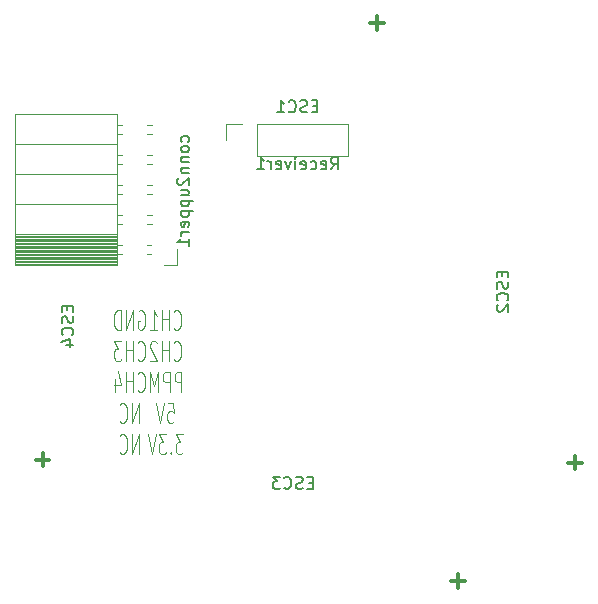
<source format=gbr>
%TF.GenerationSoftware,KiCad,Pcbnew,(5.1.8-0-10_14)*%
%TF.CreationDate,2021-02-24T01:50:54+08:00*%
%TF.ProjectId,batt_board,62617474-5f62-46f6-9172-642e6b696361,v0.2*%
%TF.SameCoordinates,Original*%
%TF.FileFunction,Legend,Bot*%
%TF.FilePolarity,Positive*%
%FSLAX46Y46*%
G04 Gerber Fmt 4.6, Leading zero omitted, Abs format (unit mm)*
G04 Created by KiCad (PCBNEW (5.1.8-0-10_14)) date 2021-02-24 01:50:54*
%MOMM*%
%LPD*%
G01*
G04 APERTURE LIST*
%ADD10C,0.300000*%
%ADD11C,0.125000*%
%ADD12C,0.120000*%
%ADD13C,0.150000*%
G04 APERTURE END LIST*
D10*
X162496571Y-98317857D02*
X163639428Y-98317857D01*
X163068000Y-97746428D02*
X163068000Y-98889285D01*
X152590571Y-108350857D02*
X153733428Y-108350857D01*
X153162000Y-107779428D02*
X153162000Y-108922285D01*
X117411571Y-98063857D02*
X118554428Y-98063857D01*
X117983000Y-97492428D02*
X117983000Y-98635285D01*
X145732571Y-61106857D02*
X146875428Y-61106857D01*
X146304000Y-60535428D02*
X146304000Y-61678285D01*
D11*
X126110904Y-85472000D02*
X126206142Y-85392476D01*
X126349000Y-85392476D01*
X126491857Y-85472000D01*
X126587095Y-85631047D01*
X126634714Y-85790095D01*
X126682333Y-86108190D01*
X126682333Y-86346761D01*
X126634714Y-86664857D01*
X126587095Y-86823904D01*
X126491857Y-86982952D01*
X126349000Y-87062476D01*
X126253761Y-87062476D01*
X126110904Y-86982952D01*
X126063285Y-86903428D01*
X126063285Y-86346761D01*
X126253761Y-86346761D01*
X125634714Y-87062476D02*
X125634714Y-85392476D01*
X125063285Y-87062476D01*
X125063285Y-85392476D01*
X124587095Y-87062476D02*
X124587095Y-85392476D01*
X124349000Y-85392476D01*
X124206142Y-85472000D01*
X124110904Y-85631047D01*
X124063285Y-85790095D01*
X124015666Y-86108190D01*
X124015666Y-86346761D01*
X124063285Y-86664857D01*
X124110904Y-86823904D01*
X124206142Y-86982952D01*
X124349000Y-87062476D01*
X124587095Y-87062476D01*
X126039476Y-89533428D02*
X126087095Y-89612952D01*
X126229952Y-89692476D01*
X126325190Y-89692476D01*
X126468047Y-89612952D01*
X126563285Y-89453904D01*
X126610904Y-89294857D01*
X126658523Y-88976761D01*
X126658523Y-88738190D01*
X126610904Y-88420095D01*
X126563285Y-88261047D01*
X126468047Y-88102000D01*
X126325190Y-88022476D01*
X126229952Y-88022476D01*
X126087095Y-88102000D01*
X126039476Y-88181523D01*
X125610904Y-89692476D02*
X125610904Y-88022476D01*
X125610904Y-88817714D02*
X125039476Y-88817714D01*
X125039476Y-89692476D02*
X125039476Y-88022476D01*
X124658523Y-88022476D02*
X124039476Y-88022476D01*
X124372809Y-88658666D01*
X124229952Y-88658666D01*
X124134714Y-88738190D01*
X124087095Y-88817714D01*
X124039476Y-88976761D01*
X124039476Y-89374380D01*
X124087095Y-89533428D01*
X124134714Y-89612952D01*
X124229952Y-89692476D01*
X124515666Y-89692476D01*
X124610904Y-89612952D01*
X124658523Y-89533428D01*
X126039476Y-92163428D02*
X126087095Y-92242952D01*
X126229952Y-92322476D01*
X126325190Y-92322476D01*
X126468047Y-92242952D01*
X126563285Y-92083904D01*
X126610904Y-91924857D01*
X126658523Y-91606761D01*
X126658523Y-91368190D01*
X126610904Y-91050095D01*
X126563285Y-90891047D01*
X126468047Y-90732000D01*
X126325190Y-90652476D01*
X126229952Y-90652476D01*
X126087095Y-90732000D01*
X126039476Y-90811523D01*
X125610904Y-92322476D02*
X125610904Y-90652476D01*
X125610904Y-91447714D02*
X125039476Y-91447714D01*
X125039476Y-92322476D02*
X125039476Y-90652476D01*
X124134714Y-91209142D02*
X124134714Y-92322476D01*
X124372809Y-90572952D02*
X124610904Y-91765809D01*
X123991857Y-91765809D01*
X126134714Y-94952476D02*
X126134714Y-93282476D01*
X125563285Y-94952476D01*
X125563285Y-93282476D01*
X124515666Y-94793428D02*
X124563285Y-94872952D01*
X124706142Y-94952476D01*
X124801380Y-94952476D01*
X124944238Y-94872952D01*
X125039476Y-94713904D01*
X125087095Y-94554857D01*
X125134714Y-94236761D01*
X125134714Y-93998190D01*
X125087095Y-93680095D01*
X125039476Y-93521047D01*
X124944238Y-93362000D01*
X124801380Y-93282476D01*
X124706142Y-93282476D01*
X124563285Y-93362000D01*
X124515666Y-93441523D01*
X126134714Y-97582476D02*
X126134714Y-95912476D01*
X125563285Y-97582476D01*
X125563285Y-95912476D01*
X124515666Y-97423428D02*
X124563285Y-97502952D01*
X124706142Y-97582476D01*
X124801380Y-97582476D01*
X124944238Y-97502952D01*
X125039476Y-97343904D01*
X125087095Y-97184857D01*
X125134714Y-96866761D01*
X125134714Y-96628190D01*
X125087095Y-96310095D01*
X125039476Y-96151047D01*
X124944238Y-95992000D01*
X124801380Y-95912476D01*
X124706142Y-95912476D01*
X124563285Y-95992000D01*
X124515666Y-96071523D01*
X129087476Y-86903428D02*
X129135095Y-86982952D01*
X129277952Y-87062476D01*
X129373190Y-87062476D01*
X129516047Y-86982952D01*
X129611285Y-86823904D01*
X129658904Y-86664857D01*
X129706523Y-86346761D01*
X129706523Y-86108190D01*
X129658904Y-85790095D01*
X129611285Y-85631047D01*
X129516047Y-85472000D01*
X129373190Y-85392476D01*
X129277952Y-85392476D01*
X129135095Y-85472000D01*
X129087476Y-85551523D01*
X128658904Y-87062476D02*
X128658904Y-85392476D01*
X128658904Y-86187714D02*
X128087476Y-86187714D01*
X128087476Y-87062476D02*
X128087476Y-85392476D01*
X127087476Y-87062476D02*
X127658904Y-87062476D01*
X127373190Y-87062476D02*
X127373190Y-85392476D01*
X127468428Y-85631047D01*
X127563666Y-85790095D01*
X127658904Y-85869619D01*
X129087476Y-89533428D02*
X129135095Y-89612952D01*
X129277952Y-89692476D01*
X129373190Y-89692476D01*
X129516047Y-89612952D01*
X129611285Y-89453904D01*
X129658904Y-89294857D01*
X129706523Y-88976761D01*
X129706523Y-88738190D01*
X129658904Y-88420095D01*
X129611285Y-88261047D01*
X129516047Y-88102000D01*
X129373190Y-88022476D01*
X129277952Y-88022476D01*
X129135095Y-88102000D01*
X129087476Y-88181523D01*
X128658904Y-89692476D02*
X128658904Y-88022476D01*
X128658904Y-88817714D02*
X128087476Y-88817714D01*
X128087476Y-89692476D02*
X128087476Y-88022476D01*
X127658904Y-88181523D02*
X127611285Y-88102000D01*
X127516047Y-88022476D01*
X127277952Y-88022476D01*
X127182714Y-88102000D01*
X127135095Y-88181523D01*
X127087476Y-88340571D01*
X127087476Y-88499619D01*
X127135095Y-88738190D01*
X127706523Y-89692476D01*
X127087476Y-89692476D01*
X129730333Y-92322476D02*
X129730333Y-90652476D01*
X129349380Y-90652476D01*
X129254142Y-90732000D01*
X129206523Y-90811523D01*
X129158904Y-90970571D01*
X129158904Y-91209142D01*
X129206523Y-91368190D01*
X129254142Y-91447714D01*
X129349380Y-91527238D01*
X129730333Y-91527238D01*
X128730333Y-92322476D02*
X128730333Y-90652476D01*
X128349380Y-90652476D01*
X128254142Y-90732000D01*
X128206523Y-90811523D01*
X128158904Y-90970571D01*
X128158904Y-91209142D01*
X128206523Y-91368190D01*
X128254142Y-91447714D01*
X128349380Y-91527238D01*
X128730333Y-91527238D01*
X127730333Y-92322476D02*
X127730333Y-90652476D01*
X127397000Y-91845333D01*
X127063666Y-90652476D01*
X127063666Y-92322476D01*
X128587476Y-93282476D02*
X129063666Y-93282476D01*
X129111285Y-94077714D01*
X129063666Y-93998190D01*
X128968428Y-93918666D01*
X128730333Y-93918666D01*
X128635095Y-93998190D01*
X128587476Y-94077714D01*
X128539857Y-94236761D01*
X128539857Y-94634380D01*
X128587476Y-94793428D01*
X128635095Y-94872952D01*
X128730333Y-94952476D01*
X128968428Y-94952476D01*
X129063666Y-94872952D01*
X129111285Y-94793428D01*
X128254142Y-93282476D02*
X127920809Y-94952476D01*
X127587476Y-93282476D01*
X129873190Y-95912476D02*
X129254142Y-95912476D01*
X129587476Y-96548666D01*
X129444619Y-96548666D01*
X129349380Y-96628190D01*
X129301761Y-96707714D01*
X129254142Y-96866761D01*
X129254142Y-97264380D01*
X129301761Y-97423428D01*
X129349380Y-97502952D01*
X129444619Y-97582476D01*
X129730333Y-97582476D01*
X129825571Y-97502952D01*
X129873190Y-97423428D01*
X128825571Y-97423428D02*
X128777952Y-97502952D01*
X128825571Y-97582476D01*
X128873190Y-97502952D01*
X128825571Y-97423428D01*
X128825571Y-97582476D01*
X128444619Y-95912476D02*
X127825571Y-95912476D01*
X128158904Y-96548666D01*
X128016047Y-96548666D01*
X127920809Y-96628190D01*
X127873190Y-96707714D01*
X127825571Y-96866761D01*
X127825571Y-97264380D01*
X127873190Y-97423428D01*
X127920809Y-97502952D01*
X128016047Y-97582476D01*
X128301761Y-97582476D01*
X128397000Y-97502952D01*
X128444619Y-97423428D01*
X127539857Y-95912476D02*
X127206523Y-97582476D01*
X126873190Y-95912476D01*
D12*
%TO.C,conn2upper1*%
X128270000Y-81594000D02*
X129380000Y-81594000D01*
X129380000Y-81594000D02*
X129380000Y-80264000D01*
X115640000Y-81594000D02*
X115640000Y-68774000D01*
X115640000Y-68774000D02*
X124270000Y-68774000D01*
X124270000Y-81594000D02*
X124270000Y-68774000D01*
X115640000Y-81594000D02*
X124270000Y-81594000D01*
X115640000Y-71374000D02*
X124270000Y-71374000D01*
X115640000Y-73914000D02*
X124270000Y-73914000D01*
X115640000Y-76454000D02*
X124270000Y-76454000D01*
X115640000Y-78994000D02*
X124270000Y-78994000D01*
X126780000Y-69744000D02*
X127220000Y-69744000D01*
X124270000Y-69744000D02*
X124680000Y-69744000D01*
X126780000Y-70464000D02*
X127220000Y-70464000D01*
X124270000Y-70464000D02*
X124680000Y-70464000D01*
X126780000Y-72284000D02*
X127220000Y-72284000D01*
X124270000Y-72284000D02*
X124680000Y-72284000D01*
X126780000Y-73004000D02*
X127220000Y-73004000D01*
X124270000Y-73004000D02*
X124680000Y-73004000D01*
X126780000Y-74824000D02*
X127220000Y-74824000D01*
X124270000Y-74824000D02*
X124680000Y-74824000D01*
X126780000Y-75544000D02*
X127220000Y-75544000D01*
X124270000Y-75544000D02*
X124680000Y-75544000D01*
X126780000Y-77364000D02*
X127220000Y-77364000D01*
X124270000Y-77364000D02*
X124680000Y-77364000D01*
X126780000Y-78084000D02*
X127220000Y-78084000D01*
X124270000Y-78084000D02*
X124680000Y-78084000D01*
X126780000Y-79904000D02*
X127160000Y-79904000D01*
X124270000Y-79904000D02*
X124680000Y-79904000D01*
X126780000Y-80624000D02*
X127160000Y-80624000D01*
X124270000Y-80624000D02*
X124680000Y-80624000D01*
X115640000Y-79112100D02*
X124270000Y-79112100D01*
X115640000Y-79230195D02*
X124270000Y-79230195D01*
X115640000Y-79348290D02*
X124270000Y-79348290D01*
X115640000Y-79466385D02*
X124270000Y-79466385D01*
X115640000Y-79584480D02*
X124270000Y-79584480D01*
X115640000Y-79702575D02*
X124270000Y-79702575D01*
X115640000Y-79820670D02*
X124270000Y-79820670D01*
X115640000Y-79938765D02*
X124270000Y-79938765D01*
X115640000Y-80056860D02*
X124270000Y-80056860D01*
X115640000Y-80174955D02*
X124270000Y-80174955D01*
X115640000Y-80293050D02*
X124270000Y-80293050D01*
X115640000Y-80411145D02*
X124270000Y-80411145D01*
X115640000Y-80529240D02*
X124270000Y-80529240D01*
X115640000Y-80647335D02*
X124270000Y-80647335D01*
X115640000Y-80765430D02*
X124270000Y-80765430D01*
X115640000Y-80883525D02*
X124270000Y-80883525D01*
X115640000Y-81001620D02*
X124270000Y-81001620D01*
X115640000Y-81119715D02*
X124270000Y-81119715D01*
X115640000Y-81237810D02*
X124270000Y-81237810D01*
X115640000Y-81355905D02*
X124270000Y-81355905D01*
X115640000Y-81474000D02*
X124270000Y-81474000D01*
%TO.C,Receiver1*%
X143824000Y-69663000D02*
X143824000Y-72323000D01*
X136144000Y-69663000D02*
X143824000Y-69663000D01*
X136144000Y-72323000D02*
X143824000Y-72323000D01*
X136144000Y-69663000D02*
X136144000Y-72323000D01*
X134874000Y-69663000D02*
X133544000Y-69663000D01*
X133544000Y-69663000D02*
X133544000Y-70993000D01*
%TO.C,conn2upper1*%
D13*
X130325761Y-71144333D02*
X130373380Y-71049095D01*
X130373380Y-70858619D01*
X130325761Y-70763380D01*
X130278142Y-70715761D01*
X130182904Y-70668142D01*
X129897190Y-70668142D01*
X129801952Y-70715761D01*
X129754333Y-70763380D01*
X129706714Y-70858619D01*
X129706714Y-71049095D01*
X129754333Y-71144333D01*
X130373380Y-71715761D02*
X130325761Y-71620523D01*
X130278142Y-71572904D01*
X130182904Y-71525285D01*
X129897190Y-71525285D01*
X129801952Y-71572904D01*
X129754333Y-71620523D01*
X129706714Y-71715761D01*
X129706714Y-71858619D01*
X129754333Y-71953857D01*
X129801952Y-72001476D01*
X129897190Y-72049095D01*
X130182904Y-72049095D01*
X130278142Y-72001476D01*
X130325761Y-71953857D01*
X130373380Y-71858619D01*
X130373380Y-71715761D01*
X129706714Y-72477666D02*
X130373380Y-72477666D01*
X129801952Y-72477666D02*
X129754333Y-72525285D01*
X129706714Y-72620523D01*
X129706714Y-72763380D01*
X129754333Y-72858619D01*
X129849571Y-72906238D01*
X130373380Y-72906238D01*
X129706714Y-73382428D02*
X130373380Y-73382428D01*
X129801952Y-73382428D02*
X129754333Y-73430047D01*
X129706714Y-73525285D01*
X129706714Y-73668142D01*
X129754333Y-73763380D01*
X129849571Y-73811000D01*
X130373380Y-73811000D01*
X129468619Y-74239571D02*
X129421000Y-74287190D01*
X129373380Y-74382428D01*
X129373380Y-74620523D01*
X129421000Y-74715761D01*
X129468619Y-74763380D01*
X129563857Y-74811000D01*
X129659095Y-74811000D01*
X129801952Y-74763380D01*
X130373380Y-74191952D01*
X130373380Y-74811000D01*
X129706714Y-75668142D02*
X130373380Y-75668142D01*
X129706714Y-75239571D02*
X130230523Y-75239571D01*
X130325761Y-75287190D01*
X130373380Y-75382428D01*
X130373380Y-75525285D01*
X130325761Y-75620523D01*
X130278142Y-75668142D01*
X129706714Y-76144333D02*
X130706714Y-76144333D01*
X129754333Y-76144333D02*
X129706714Y-76239571D01*
X129706714Y-76430047D01*
X129754333Y-76525285D01*
X129801952Y-76572904D01*
X129897190Y-76620523D01*
X130182904Y-76620523D01*
X130278142Y-76572904D01*
X130325761Y-76525285D01*
X130373380Y-76430047D01*
X130373380Y-76239571D01*
X130325761Y-76144333D01*
X129706714Y-77049095D02*
X130706714Y-77049095D01*
X129754333Y-77049095D02*
X129706714Y-77144333D01*
X129706714Y-77334809D01*
X129754333Y-77430047D01*
X129801952Y-77477666D01*
X129897190Y-77525285D01*
X130182904Y-77525285D01*
X130278142Y-77477666D01*
X130325761Y-77430047D01*
X130373380Y-77334809D01*
X130373380Y-77144333D01*
X130325761Y-77049095D01*
X130325761Y-78334809D02*
X130373380Y-78239571D01*
X130373380Y-78049095D01*
X130325761Y-77953857D01*
X130230523Y-77906238D01*
X129849571Y-77906238D01*
X129754333Y-77953857D01*
X129706714Y-78049095D01*
X129706714Y-78239571D01*
X129754333Y-78334809D01*
X129849571Y-78382428D01*
X129944809Y-78382428D01*
X130040047Y-77906238D01*
X130373380Y-78811000D02*
X129706714Y-78811000D01*
X129897190Y-78811000D02*
X129801952Y-78858619D01*
X129754333Y-78906238D01*
X129706714Y-79001476D01*
X129706714Y-79096714D01*
X130373380Y-79953857D02*
X130373380Y-79382428D01*
X130373380Y-79668142D02*
X129373380Y-79668142D01*
X129516238Y-79572904D01*
X129611476Y-79477666D01*
X129659095Y-79382428D01*
%TO.C,ESC3*%
X140858666Y-100004571D02*
X140525333Y-100004571D01*
X140382476Y-100528380D02*
X140858666Y-100528380D01*
X140858666Y-99528380D01*
X140382476Y-99528380D01*
X140001523Y-100480761D02*
X139858666Y-100528380D01*
X139620571Y-100528380D01*
X139525333Y-100480761D01*
X139477714Y-100433142D01*
X139430095Y-100337904D01*
X139430095Y-100242666D01*
X139477714Y-100147428D01*
X139525333Y-100099809D01*
X139620571Y-100052190D01*
X139811047Y-100004571D01*
X139906285Y-99956952D01*
X139953904Y-99909333D01*
X140001523Y-99814095D01*
X140001523Y-99718857D01*
X139953904Y-99623619D01*
X139906285Y-99576000D01*
X139811047Y-99528380D01*
X139572952Y-99528380D01*
X139430095Y-99576000D01*
X138430095Y-100433142D02*
X138477714Y-100480761D01*
X138620571Y-100528380D01*
X138715809Y-100528380D01*
X138858666Y-100480761D01*
X138953904Y-100385523D01*
X139001523Y-100290285D01*
X139049142Y-100099809D01*
X139049142Y-99956952D01*
X139001523Y-99766476D01*
X138953904Y-99671238D01*
X138858666Y-99576000D01*
X138715809Y-99528380D01*
X138620571Y-99528380D01*
X138477714Y-99576000D01*
X138430095Y-99623619D01*
X138096761Y-99528380D02*
X137477714Y-99528380D01*
X137811047Y-99909333D01*
X137668190Y-99909333D01*
X137572952Y-99956952D01*
X137525333Y-100004571D01*
X137477714Y-100099809D01*
X137477714Y-100337904D01*
X137525333Y-100433142D01*
X137572952Y-100480761D01*
X137668190Y-100528380D01*
X137953904Y-100528380D01*
X138049142Y-100480761D01*
X138096761Y-100433142D01*
%TO.C,ESC4*%
X120070571Y-85074333D02*
X120070571Y-85407666D01*
X120594380Y-85550523D02*
X120594380Y-85074333D01*
X119594380Y-85074333D01*
X119594380Y-85550523D01*
X120546761Y-85931476D02*
X120594380Y-86074333D01*
X120594380Y-86312428D01*
X120546761Y-86407666D01*
X120499142Y-86455285D01*
X120403904Y-86502904D01*
X120308666Y-86502904D01*
X120213428Y-86455285D01*
X120165809Y-86407666D01*
X120118190Y-86312428D01*
X120070571Y-86121952D01*
X120022952Y-86026714D01*
X119975333Y-85979095D01*
X119880095Y-85931476D01*
X119784857Y-85931476D01*
X119689619Y-85979095D01*
X119642000Y-86026714D01*
X119594380Y-86121952D01*
X119594380Y-86360047D01*
X119642000Y-86502904D01*
X120499142Y-87502904D02*
X120546761Y-87455285D01*
X120594380Y-87312428D01*
X120594380Y-87217190D01*
X120546761Y-87074333D01*
X120451523Y-86979095D01*
X120356285Y-86931476D01*
X120165809Y-86883857D01*
X120022952Y-86883857D01*
X119832476Y-86931476D01*
X119737238Y-86979095D01*
X119642000Y-87074333D01*
X119594380Y-87217190D01*
X119594380Y-87312428D01*
X119642000Y-87455285D01*
X119689619Y-87502904D01*
X119927714Y-88360047D02*
X120594380Y-88360047D01*
X119546761Y-88121952D02*
X120261047Y-87883857D01*
X120261047Y-88502904D01*
%TO.C,ESC2*%
X156900571Y-82153333D02*
X156900571Y-82486666D01*
X157424380Y-82629523D02*
X157424380Y-82153333D01*
X156424380Y-82153333D01*
X156424380Y-82629523D01*
X157376761Y-83010476D02*
X157424380Y-83153333D01*
X157424380Y-83391428D01*
X157376761Y-83486666D01*
X157329142Y-83534285D01*
X157233904Y-83581904D01*
X157138666Y-83581904D01*
X157043428Y-83534285D01*
X156995809Y-83486666D01*
X156948190Y-83391428D01*
X156900571Y-83200952D01*
X156852952Y-83105714D01*
X156805333Y-83058095D01*
X156710095Y-83010476D01*
X156614857Y-83010476D01*
X156519619Y-83058095D01*
X156472000Y-83105714D01*
X156424380Y-83200952D01*
X156424380Y-83439047D01*
X156472000Y-83581904D01*
X157329142Y-84581904D02*
X157376761Y-84534285D01*
X157424380Y-84391428D01*
X157424380Y-84296190D01*
X157376761Y-84153333D01*
X157281523Y-84058095D01*
X157186285Y-84010476D01*
X156995809Y-83962857D01*
X156852952Y-83962857D01*
X156662476Y-84010476D01*
X156567238Y-84058095D01*
X156472000Y-84153333D01*
X156424380Y-84296190D01*
X156424380Y-84391428D01*
X156472000Y-84534285D01*
X156519619Y-84581904D01*
X156519619Y-84962857D02*
X156472000Y-85010476D01*
X156424380Y-85105714D01*
X156424380Y-85343809D01*
X156472000Y-85439047D01*
X156519619Y-85486666D01*
X156614857Y-85534285D01*
X156710095Y-85534285D01*
X156852952Y-85486666D01*
X157424380Y-84915238D01*
X157424380Y-85534285D01*
%TO.C,ESC1*%
X141239666Y-68127571D02*
X140906333Y-68127571D01*
X140763476Y-68651380D02*
X141239666Y-68651380D01*
X141239666Y-67651380D01*
X140763476Y-67651380D01*
X140382523Y-68603761D02*
X140239666Y-68651380D01*
X140001571Y-68651380D01*
X139906333Y-68603761D01*
X139858714Y-68556142D01*
X139811095Y-68460904D01*
X139811095Y-68365666D01*
X139858714Y-68270428D01*
X139906333Y-68222809D01*
X140001571Y-68175190D01*
X140192047Y-68127571D01*
X140287285Y-68079952D01*
X140334904Y-68032333D01*
X140382523Y-67937095D01*
X140382523Y-67841857D01*
X140334904Y-67746619D01*
X140287285Y-67699000D01*
X140192047Y-67651380D01*
X139953952Y-67651380D01*
X139811095Y-67699000D01*
X138811095Y-68556142D02*
X138858714Y-68603761D01*
X139001571Y-68651380D01*
X139096809Y-68651380D01*
X139239666Y-68603761D01*
X139334904Y-68508523D01*
X139382523Y-68413285D01*
X139430142Y-68222809D01*
X139430142Y-68079952D01*
X139382523Y-67889476D01*
X139334904Y-67794238D01*
X139239666Y-67699000D01*
X139096809Y-67651380D01*
X139001571Y-67651380D01*
X138858714Y-67699000D01*
X138811095Y-67746619D01*
X137858714Y-68651380D02*
X138430142Y-68651380D01*
X138144428Y-68651380D02*
X138144428Y-67651380D01*
X138239666Y-67794238D01*
X138334904Y-67889476D01*
X138430142Y-67937095D01*
%TO.C,Receiver1*%
X142382523Y-73477380D02*
X142715857Y-73001190D01*
X142953952Y-73477380D02*
X142953952Y-72477380D01*
X142573000Y-72477380D01*
X142477761Y-72525000D01*
X142430142Y-72572619D01*
X142382523Y-72667857D01*
X142382523Y-72810714D01*
X142430142Y-72905952D01*
X142477761Y-72953571D01*
X142573000Y-73001190D01*
X142953952Y-73001190D01*
X141573000Y-73429761D02*
X141668238Y-73477380D01*
X141858714Y-73477380D01*
X141953952Y-73429761D01*
X142001571Y-73334523D01*
X142001571Y-72953571D01*
X141953952Y-72858333D01*
X141858714Y-72810714D01*
X141668238Y-72810714D01*
X141573000Y-72858333D01*
X141525380Y-72953571D01*
X141525380Y-73048809D01*
X142001571Y-73144047D01*
X140668238Y-73429761D02*
X140763476Y-73477380D01*
X140953952Y-73477380D01*
X141049190Y-73429761D01*
X141096809Y-73382142D01*
X141144428Y-73286904D01*
X141144428Y-73001190D01*
X141096809Y-72905952D01*
X141049190Y-72858333D01*
X140953952Y-72810714D01*
X140763476Y-72810714D01*
X140668238Y-72858333D01*
X139858714Y-73429761D02*
X139953952Y-73477380D01*
X140144428Y-73477380D01*
X140239666Y-73429761D01*
X140287285Y-73334523D01*
X140287285Y-72953571D01*
X140239666Y-72858333D01*
X140144428Y-72810714D01*
X139953952Y-72810714D01*
X139858714Y-72858333D01*
X139811095Y-72953571D01*
X139811095Y-73048809D01*
X140287285Y-73144047D01*
X139382523Y-73477380D02*
X139382523Y-72810714D01*
X139382523Y-72477380D02*
X139430142Y-72525000D01*
X139382523Y-72572619D01*
X139334904Y-72525000D01*
X139382523Y-72477380D01*
X139382523Y-72572619D01*
X139001571Y-72810714D02*
X138763476Y-73477380D01*
X138525380Y-72810714D01*
X137763476Y-73429761D02*
X137858714Y-73477380D01*
X138049190Y-73477380D01*
X138144428Y-73429761D01*
X138192047Y-73334523D01*
X138192047Y-72953571D01*
X138144428Y-72858333D01*
X138049190Y-72810714D01*
X137858714Y-72810714D01*
X137763476Y-72858333D01*
X137715857Y-72953571D01*
X137715857Y-73048809D01*
X138192047Y-73144047D01*
X137287285Y-73477380D02*
X137287285Y-72810714D01*
X137287285Y-73001190D02*
X137239666Y-72905952D01*
X137192047Y-72858333D01*
X137096809Y-72810714D01*
X137001571Y-72810714D01*
X136144428Y-73477380D02*
X136715857Y-73477380D01*
X136430142Y-73477380D02*
X136430142Y-72477380D01*
X136525380Y-72620238D01*
X136620619Y-72715476D01*
X136715857Y-72763095D01*
%TD*%
M02*

</source>
